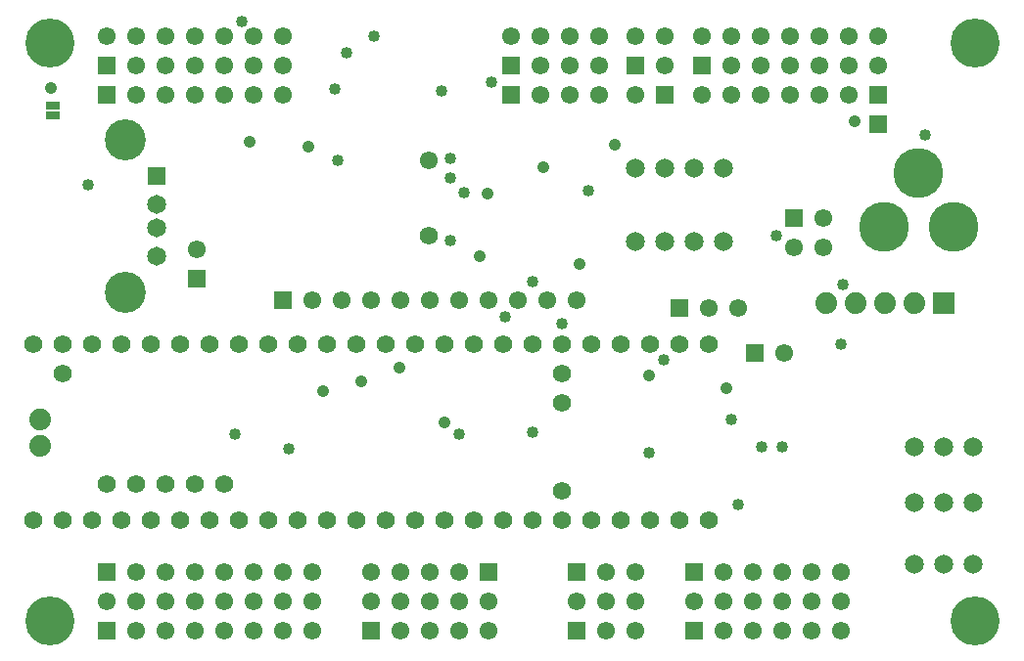
<source format=gbs>
G04 DipTrace 3.3.1.3*
G04 T4-T36-Breakout-Robotshop.gbs*
%MOIN*%
G04 #@! TF.FileFunction,Soldermask,Bot*
G04 #@! TF.Part,Single*
%ADD13C,0.04*%
%ADD34C,0.17*%
%ADD39C,0.065199*%
%ADD49R,0.05X0.025*%
%ADD50R,0.074X0.074*%
%ADD51C,0.074*%
%ADD52C,0.06194*%
%ADD53C,0.074*%
%ADD65C,0.167*%
%ADD67C,0.042*%
%ADD79C,0.062*%
%ADD99C,0.139795*%
%ADD101C,0.064992*%
%ADD103R,0.064992X0.064992*%
%ADD109C,0.061055*%
%ADD111R,0.061055X0.061055*%
%FSLAX26Y26*%
G04*
G70*
G90*
G75*
G01*
G04 BotMask*
%LPD*%
D67*
X553700Y2368700D3*
X2038700Y2008700D3*
X2228700Y2098700D3*
X1228700Y2183700D3*
X1428700Y2168700D3*
X1608700Y1368700D3*
X1738700Y1413700D3*
X2353700Y1768700D3*
X1478700Y1333700D3*
X1893700Y1228700D3*
X2473700Y2173700D3*
X2013700Y1793700D3*
X2853700Y1343700D3*
X3288700Y2253700D3*
X2588700Y1388700D3*
D65*
X3700787Y551180D3*
X551180D3*
Y2519684D3*
X3700787D3*
D13*
X1653700Y2543700D3*
X3043700Y1143700D3*
X1518700Y2363700D3*
X678700Y2038700D3*
X1883700Y2358700D3*
X1558700Y2488700D3*
X3023700Y1863700D3*
X2868700Y1238700D3*
X2893700Y948700D3*
X2588700Y1123700D3*
X1363700Y1138700D3*
X2973700Y1143700D3*
X3528700Y2208700D3*
X1201606Y2593700D3*
X2101228Y1586172D3*
X1913700Y2128700D3*
X1528700Y2119172D3*
X2193700Y1193700D3*
X2638704Y1441850D3*
X3248700Y1698700D3*
X3242700Y1492700D3*
X2193700Y1708700D3*
X1943700Y1186700D3*
X1178700D3*
X2293700Y1563700D3*
X2053700Y2388700D3*
X1912700Y2062129D3*
X1960700Y2011503D3*
X1912700Y1848574D3*
X2383700Y2018700D3*
D111*
X2768700Y2443700D3*
D109*
Y2543700D3*
X2868700Y2443700D3*
Y2543700D3*
X2968700Y2443700D3*
Y2543700D3*
X3068700Y2443700D3*
Y2543700D3*
X3168700Y2443700D3*
Y2543700D3*
X3268700Y2443700D3*
Y2543700D3*
X3368700Y2443700D3*
Y2543700D3*
D111*
X2118700Y2443700D3*
D109*
Y2543700D3*
X2218700Y2443700D3*
Y2543700D3*
X2318700Y2443700D3*
Y2543700D3*
X2418700Y2443700D3*
Y2543700D3*
D111*
X743700Y2443700D3*
D109*
Y2543700D3*
X843700Y2443700D3*
Y2543700D3*
X943700Y2443700D3*
Y2543700D3*
X1043700Y2443700D3*
Y2543700D3*
X1143700Y2443700D3*
Y2543700D3*
X1243700Y2443700D3*
Y2543700D3*
X1343700Y2443700D3*
Y2543700D3*
D111*
X743700Y518700D3*
D109*
Y618700D3*
X843700Y518700D3*
Y618700D3*
X943700Y518700D3*
Y618700D3*
X1043700Y518700D3*
Y618700D3*
X1143700Y518700D3*
Y618700D3*
X1243700Y518700D3*
Y618700D3*
X1343700Y518700D3*
Y618700D3*
X1443700Y518700D3*
Y618700D3*
D111*
X1643700Y518700D3*
D109*
Y618700D3*
X1743700Y518700D3*
Y618700D3*
X1843700Y518700D3*
Y618700D3*
X1943700Y518700D3*
Y618700D3*
X2043700Y518700D3*
Y618700D3*
D111*
X2743700Y518700D3*
D109*
Y618700D3*
X2843700Y518700D3*
Y618700D3*
X2943700Y518700D3*
Y618700D3*
X3043700Y518700D3*
Y618700D3*
X3143700Y518700D3*
Y618700D3*
X3243700Y518700D3*
Y618700D3*
D111*
X2343700Y518700D3*
D109*
Y618700D3*
X2443700Y518700D3*
Y618700D3*
X2543700Y518700D3*
Y618700D3*
D34*
X3388700Y1893700D3*
X3624920D3*
X3506810Y2078739D3*
D103*
X913700Y2068700D3*
D101*
Y1970275D3*
Y1891535D3*
Y1793109D3*
D99*
X807007Y2189566D3*
Y1672243D3*
D111*
X1343700Y1643700D3*
D109*
X1443700D3*
X1543700D3*
X1643700D3*
X1743700D3*
X1843700D3*
X1943700D3*
X2043700D3*
X2143700D3*
X2243700D3*
X2343700D3*
D39*
X3693700Y1143700D3*
X3593700D3*
X3493700D3*
X3693700Y953700D3*
X3593700D3*
X3493700D3*
X3693700Y743700D3*
X3593700D3*
X3493700D3*
D111*
X2948700Y1463700D3*
D109*
X3048700D3*
D111*
X743700Y718700D3*
D109*
X843700D3*
X943700D3*
X1043700D3*
X1143700D3*
X1243700D3*
X1343700D3*
X1443700D3*
D111*
X2043700D3*
D109*
X1943700D3*
X1843700D3*
X1743700D3*
X1643700D3*
D111*
X2743700D3*
D109*
X2843700D3*
X2943700D3*
X3043700D3*
X3143700D3*
X3243700D3*
D111*
X3368700Y2343700D3*
D109*
X3268700D3*
X3168700D3*
X3068700D3*
X2968700D3*
X2868700D3*
X2768700D3*
D111*
X2118700D3*
D109*
X2218700D3*
X2318700D3*
X2418700D3*
D111*
X743700D3*
D109*
X843700D3*
X943700D3*
X1043700D3*
X1143700D3*
X1243700D3*
X1343700D3*
D111*
X2343700Y718700D3*
D109*
X2443700D3*
X2543700D3*
D111*
X2643700Y2343700D3*
D109*
X2543700D3*
D111*
X3368700Y2243700D3*
X1048700Y1718700D3*
D109*
Y1818700D3*
D111*
X3083700Y1923700D3*
D109*
X3183700D3*
X3083700Y1823700D3*
X3183700D3*
D49*
X558700Y2273267D3*
Y2308700D3*
D79*
X1838700Y1863700D3*
D109*
Y2119653D3*
D39*
X2843700Y2093700D3*
X2743700D3*
X2643700D3*
X2543700D3*
D50*
X3593700Y1633700D3*
D51*
X3493700D3*
X3393700D3*
X3193700D3*
X3293700D3*
D52*
X493700Y893700D3*
X593700D3*
X693700D3*
X793700D3*
X893700D3*
X993700D3*
X1093700D3*
X1193700D3*
X1293700D3*
X1393700D3*
X1493700D3*
X1593700D3*
X1693700D3*
X1793700D3*
X2293700Y993700D3*
X593700Y1393700D3*
D53*
X515700Y1238700D3*
Y1148700D3*
D52*
X2093700Y1493700D3*
X1793700D3*
X1693700D3*
X1593700D3*
X1493700D3*
X1393700D3*
X1293700D3*
X1193700D3*
X1093700D3*
X993700D3*
X893700D3*
X793700D3*
X693700D3*
X593700D3*
X493700D3*
X2293700Y1393700D3*
X743700Y1018700D3*
X843700D3*
X943700D3*
X2393700Y893700D3*
X2493700D3*
X2293700D3*
X2193700D3*
X2093700D3*
X1993700D3*
X2593700D3*
X2693700D3*
X2793700D3*
Y1493700D3*
X1893700Y893700D3*
X2693700Y1493700D3*
X1893700D3*
X2593700D3*
X2393700D3*
X2293700D3*
X2193700D3*
X2493700D3*
X1993700D3*
X2293700Y1293700D3*
X1043700Y1018700D3*
X1143700D3*
D111*
X2543700Y2443700D3*
D109*
Y2543700D3*
X2643700Y2443700D3*
Y2543700D3*
D39*
X2843700Y1843700D3*
X2743700D3*
X2643700D3*
X2543700D3*
D111*
X2693700Y1618700D3*
D109*
X2793700D3*
X2893700D3*
M02*

</source>
